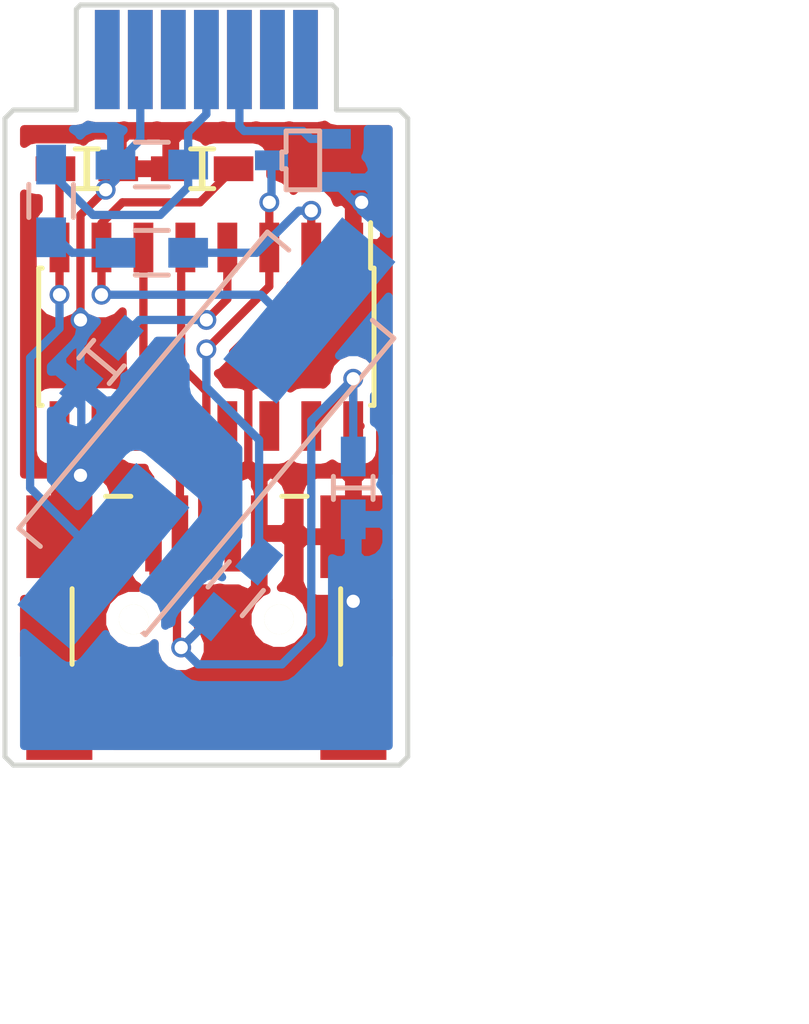
<source format=kicad_pcb>
(kicad_pcb (version 4) (host pcbnew 4.0.2-stable)

  (general
    (links 30)
    (no_connects 0)
    (area 144.958999 96.063999 157.301001 119.201001)
    (thickness 1.6)
    (drawings 18)
    (tracks 128)
    (zones 0)
    (modules 13)
    (nets 13)
  )

  (page A4)
  (layers
    (0 F.Cu signal)
    (31 B.Cu signal)
    (32 B.Adhes user hide)
    (33 F.Adhes user hide)
    (34 B.Paste user hide)
    (35 F.Paste user hide)
    (36 B.SilkS user)
    (37 F.SilkS user)
    (38 B.Mask user hide)
    (39 F.Mask user hide)
    (40 Dwgs.User user)
    (41 Cmts.User user)
    (42 Eco1.User user)
    (43 Eco2.User user)
    (44 Edge.Cuts user)
    (45 Margin user hide)
    (46 B.CrtYd user)
    (47 F.CrtYd user)
    (48 B.Fab user)
    (49 F.Fab user)
  )

  (setup
    (last_trace_width 0.25)
    (trace_clearance 0.2)
    (zone_clearance 0.508)
    (zone_45_only no)
    (trace_min 0.2)
    (segment_width 0.2)
    (edge_width 0.15)
    (via_size 0.6)
    (via_drill 0.4)
    (via_min_size 0.4)
    (via_min_drill 0.3)
    (uvia_size 0.3)
    (uvia_drill 0.1)
    (uvias_allowed no)
    (uvia_min_size 0.2)
    (uvia_min_drill 0.1)
    (pcb_text_width 0.3)
    (pcb_text_size 1.5 1.5)
    (mod_edge_width 0.15)
    (mod_text_size 1 1)
    (mod_text_width 0.15)
    (pad_size 1.524 1.524)
    (pad_drill 0.762)
    (pad_to_mask_clearance 0.2)
    (aux_axis_origin 0 0)
    (visible_elements FFFFFF7F)
    (pcbplotparams
      (layerselection 0x00030_80000001)
      (usegerberextensions false)
      (excludeedgelayer true)
      (linewidth 0.100000)
      (plotframeref false)
      (viasonmask false)
      (mode 1)
      (useauxorigin false)
      (hpglpennumber 1)
      (hpglpenspeed 20)
      (hpglpendiameter 15)
      (hpglpenoverlay 2)
      (psnegative false)
      (psa4output false)
      (plotreference true)
      (plotvalue true)
      (plotinvisibletext false)
      (padsonsilk false)
      (subtractmaskfromsilk false)
      (outputformat 1)
      (mirror false)
      (drillshape 1)
      (scaleselection 1)
      (outputdirectory ""))
  )

  (net 0 "")
  (net 1 +5V)
  (net 2 GND)
  (net 3 "Net-(C102-Pad1)")
  (net 4 "Net-(C103-Pad1)")
  (net 5 "Net-(C104-Pad1)")
  (net 6 /CHTX)
  (net 7 /CHRX)
  (net 8 /DP)
  (net 9 /DM)
  (net 10 "Net-(J101-Pad3)")
  (net 11 "Net-(J101-Pad4)")
  (net 12 "Net-(R101-Pad1)")

  (net_class Default "This is the default net class."
    (clearance 0.2)
    (trace_width 0.25)
    (via_dia 0.6)
    (via_drill 0.4)
    (uvia_dia 0.3)
    (uvia_drill 0.1)
    (add_net +5V)
    (add_net /CHRX)
    (add_net /CHTX)
    (add_net /DM)
    (add_net /DP)
    (add_net GND)
    (add_net "Net-(C102-Pad1)")
    (add_net "Net-(C103-Pad1)")
    (add_net "Net-(C104-Pad1)")
    (add_net "Net-(J101-Pad3)")
    (add_net "Net-(J101-Pad4)")
    (add_net "Net-(R101-Pad1)")
  )

  (module Capacitors_SMD:C_0603_HandSoldering (layer B.Cu) (tedit 56E8653E) (tstamp 56E73715)
    (at 155.575 110.744 270)
    (descr "Capacitor SMD 0603, hand soldering")
    (tags "capacitor 0603")
    (path /56E742E8)
    (attr smd)
    (fp_text reference C101 (at 0 1.9 270) (layer B.SilkS) hide
      (effects (font (size 1 1) (thickness 0.15)) (justify mirror))
    )
    (fp_text value .1u (at 0 -1.9 270) (layer B.Fab) hide
      (effects (font (size 1 1) (thickness 0.15)) (justify mirror))
    )
    (fp_line (start 0 0.508) (end 0 -0.508) (layer B.SilkS) (width 0.15))
    (fp_line (start -1.85 0.75) (end 1.85 0.75) (layer B.CrtYd) (width 0.05))
    (fp_line (start -1.85 -0.75) (end 1.85 -0.75) (layer B.CrtYd) (width 0.05))
    (fp_line (start -1.85 0.75) (end -1.85 -0.75) (layer B.CrtYd) (width 0.05))
    (fp_line (start 1.85 0.75) (end 1.85 -0.75) (layer B.CrtYd) (width 0.05))
    (fp_line (start -0.35 0.6) (end 0.35 0.6) (layer B.SilkS) (width 0.15))
    (fp_line (start 0.35 -0.6) (end -0.35 -0.6) (layer B.SilkS) (width 0.15))
    (pad 1 smd rect (at -0.95 0 270) (size 1.2 0.75) (layers B.Cu B.Paste B.Mask)
      (net 1 +5V))
    (pad 2 smd rect (at 0.95 0 270) (size 1.2 0.75) (layers B.Cu B.Paste B.Mask)
      (net 2 GND))
    (model Capacitors_SMD.3dshapes/C_0603_HandSoldering.wrl
      (at (xyz 0 0 0))
      (scale (xyz 1 1 1))
      (rotate (xyz 0 0 0))
    )
  )

  (module Capacitors_SMD:C_0603_HandSoldering (layer B.Cu) (tedit 56E86559) (tstamp 56E7371B)
    (at 147.955 106.934 230)
    (descr "Capacitor SMD 0603, hand soldering")
    (tags "capacitor 0603")
    (path /56E72912)
    (attr smd)
    (fp_text reference C102 (at 0 1.899999 230) (layer B.SilkS) hide
      (effects (font (size 1 1) (thickness 0.15)) (justify mirror))
    )
    (fp_text value .1u (at 0 -1.899999 230) (layer B.Fab) hide
      (effects (font (size 1 1) (thickness 0.15)) (justify mirror))
    )
    (fp_line (start 0 0.508) (end 0 -0.508) (layer B.SilkS) (width 0.15))
    (fp_line (start -1.85 0.75) (end 1.85 0.75) (layer B.CrtYd) (width 0.05))
    (fp_line (start -1.85 -0.75) (end 1.85 -0.75) (layer B.CrtYd) (width 0.05))
    (fp_line (start -1.85 0.75) (end -1.85 -0.75) (layer B.CrtYd) (width 0.05))
    (fp_line (start 1.85 0.75) (end 1.85 -0.75) (layer B.CrtYd) (width 0.05))
    (fp_line (start -0.35 0.6) (end 0.35 0.6) (layer B.SilkS) (width 0.15))
    (fp_line (start 0.35 -0.6) (end -0.35 -0.6) (layer B.SilkS) (width 0.15))
    (pad 1 smd rect (at -0.95 0 230) (size 1.2 0.75) (layers B.Cu B.Paste B.Mask)
      (net 3 "Net-(C102-Pad1)"))
    (pad 2 smd rect (at 0.95 0 230) (size 1.2 0.75) (layers B.Cu B.Paste B.Mask)
      (net 2 GND))
    (model Capacitors_SMD.3dshapes/C_0603_HandSoldering.wrl
      (at (xyz 0 0 0))
      (scale (xyz 1 1 1))
      (rotate (xyz 0 0 0))
    )
  )

  (module Connect:USB_Mini-B (layer F.Cu) (tedit 56E865C0) (tstamp 56E7375C)
    (at 151.13 115.57 90)
    (descr "USB Mini-B 5-pin SMD connector")
    (tags "USB USB_B USB_Mini connector")
    (path /56E73F8A)
    (attr smd)
    (fp_text reference P101 (at 0 6.90118 90) (layer F.SilkS) hide
      (effects (font (size 1 1) (thickness 0.15)))
    )
    (fp_text value USB_OTG (at 0 -7.0993 90) (layer F.Fab) hide
      (effects (font (size 1 1) (thickness 0.15)))
    )
    (fp_line (start 4.572 2.286) (end 4.572 3.048) (layer F.SilkS) (width 0.15))
    (fp_line (start 4.572 -3.048) (end 4.572 -2.286) (layer F.SilkS) (width 0.15))
    (fp_line (start -0.508 -4.064) (end 1.778 -4.064) (layer F.SilkS) (width 0.15))
    (fp_line (start -0.508 4.064) (end 1.778 4.064) (layer F.SilkS) (width 0.15))
    (fp_line (start -4.85 -5.7) (end 4.85 -5.7) (layer F.CrtYd) (width 0.05))
    (fp_line (start 4.85 -5.7) (end 4.85 5.7) (layer F.CrtYd) (width 0.05))
    (fp_line (start 4.85 5.7) (end -4.85 5.7) (layer F.CrtYd) (width 0.05))
    (fp_line (start -4.85 5.7) (end -4.85 -5.7) (layer F.CrtYd) (width 0.05))
    (pad 1 smd rect (at 3.44932 -1.6002 90) (size 2.30124 0.50038) (layers F.Cu F.Paste F.Mask)
      (net 1 +5V))
    (pad 2 smd rect (at 3.44932 -0.8001 90) (size 2.30124 0.50038) (layers F.Cu F.Paste F.Mask)
      (net 9 /DM))
    (pad 3 smd rect (at 3.44932 0 90) (size 2.30124 0.50038) (layers F.Cu F.Paste F.Mask)
      (net 8 /DP))
    (pad 4 smd rect (at 3.44932 0.8001 90) (size 2.30124 0.50038) (layers F.Cu F.Paste F.Mask))
    (pad 5 smd rect (at 3.44932 1.6002 90) (size 2.30124 0.50038) (layers F.Cu F.Paste F.Mask)
      (net 2 GND))
    (pad 6 smd rect (at 3.35026 -4.45008 90) (size 2.49936 1.99898) (layers F.Cu F.Paste F.Mask)
      (net 2 GND))
    (pad 6 smd rect (at -2.14884 -4.45008 90) (size 2.49936 1.99898) (layers F.Cu F.Paste F.Mask)
      (net 2 GND))
    (pad 6 smd rect (at 3.35026 4.45008 90) (size 2.49936 1.99898) (layers F.Cu F.Paste F.Mask)
      (net 2 GND))
    (pad 6 smd rect (at -2.14884 4.45008 90) (size 2.49936 1.99898) (layers F.Cu F.Paste F.Mask)
      (net 2 GND))
    (pad "" np_thru_hole circle (at 0.8509 -2.19964 90) (size 0.89916 0.89916) (drill 0.89916) (layers *.Cu *.Mask F.SilkS))
    (pad "" np_thru_hole circle (at 0.8509 2.19964 90) (size 0.89916 0.89916) (drill 0.89916) (layers *.Cu *.Mask F.SilkS))
  )

  (module Resistors_SMD:R_0603_HandSoldering (layer B.Cu) (tedit 56E86532) (tstamp 56E7377B)
    (at 152.019 113.792 230)
    (descr "Resistor SMD 0603, hand soldering")
    (tags "resistor 0603")
    (path /56E7595E)
    (attr smd)
    (fp_text reference R104 (at 0 1.9 230) (layer B.SilkS) hide
      (effects (font (size 1 1) (thickness 0.15)) (justify mirror))
    )
    (fp_text value 4k7 (at 0 -1.9 230) (layer B.Fab) hide
      (effects (font (size 1 1) (thickness 0.15)) (justify mirror))
    )
    (fp_line (start -2 0.8) (end 2 0.8) (layer B.CrtYd) (width 0.05))
    (fp_line (start -2 -0.8) (end 2 -0.8) (layer B.CrtYd) (width 0.05))
    (fp_line (start -2 0.8) (end -2 -0.8) (layer B.CrtYd) (width 0.05))
    (fp_line (start 2 0.8) (end 2 -0.8) (layer B.CrtYd) (width 0.05))
    (fp_line (start 0.5 -0.675) (end -0.5 -0.675) (layer B.SilkS) (width 0.15))
    (fp_line (start -0.5 0.675) (end 0.5 0.675) (layer B.SilkS) (width 0.15))
    (pad 1 smd rect (at -1.1 0 230) (size 1.2 0.9) (layers B.Cu B.Paste B.Mask)
      (net 7 /CHRX))
    (pad 2 smd rect (at 1.1 0 230) (size 1.2 0.9) (layers B.Cu B.Paste B.Mask)
      (net 1 +5V))
    (model Resistors_SMD.3dshapes/R_0603_HandSoldering.wrl
      (at (xyz 0 0 0))
      (scale (xyz 1 1 1))
      (rotate (xyz 0 0 0))
    )
  )

  (module Capacitors_SMD:C_0603_HandSoldering (layer F.Cu) (tedit 56E8658A) (tstamp 56E73721)
    (at 151.003 101.092 180)
    (descr "Capacitor SMD 0603, hand soldering")
    (tags "capacitor 0603")
    (path /56E74995)
    (attr smd)
    (fp_text reference C103 (at 0 -1.9 180) (layer F.SilkS) hide
      (effects (font (size 1 1) (thickness 0.15)))
    )
    (fp_text value 22pF (at 0 1.9 180) (layer F.Fab) hide
      (effects (font (size 1 1) (thickness 0.15)))
    )
    (fp_line (start -1.85 -0.75) (end 1.85 -0.75) (layer F.CrtYd) (width 0.05))
    (fp_line (start -1.85 0.75) (end 1.85 0.75) (layer F.CrtYd) (width 0.05))
    (fp_line (start -1.85 -0.75) (end -1.85 0.75) (layer F.CrtYd) (width 0.05))
    (fp_line (start 1.85 -0.75) (end 1.85 0.75) (layer F.CrtYd) (width 0.05))
    (fp_line (start -0.35 -0.6) (end 0.35 -0.6) (layer F.SilkS) (width 0.15))
    (fp_line (start 0.35 0.6) (end -0.35 0.6) (layer F.SilkS) (width 0.15))
    (pad 1 smd rect (at -0.95 0 180) (size 1.2 0.75) (layers F.Cu F.Paste F.Mask)
      (net 4 "Net-(C103-Pad1)"))
    (pad 2 smd rect (at 0.95 0 180) (size 1.2 0.75) (layers F.Cu F.Paste F.Mask)
      (net 2 GND))
    (model Capacitors_SMD.3dshapes/C_0603_HandSoldering.wrl
      (at (xyz 0 0 0))
      (scale (xyz 1 1 1))
      (rotate (xyz 0 0 0))
    )
  )

  (module Capacitors_SMD:C_0603_HandSoldering (layer F.Cu) (tedit 56E86566) (tstamp 56E73727)
    (at 147.513 101.092)
    (descr "Capacitor SMD 0603, hand soldering")
    (tags "capacitor 0603")
    (path /56E74A01)
    (attr smd)
    (fp_text reference C104 (at 0 -1.9) (layer F.SilkS) hide
      (effects (font (size 1 1) (thickness 0.15)))
    )
    (fp_text value 22pF (at 0 1.9) (layer F.Fab) hide
      (effects (font (size 1 1) (thickness 0.15)))
    )
    (fp_line (start -1.85 -0.75) (end 1.85 -0.75) (layer F.CrtYd) (width 0.05))
    (fp_line (start -1.85 0.75) (end 1.85 0.75) (layer F.CrtYd) (width 0.05))
    (fp_line (start -1.85 -0.75) (end -1.85 0.75) (layer F.CrtYd) (width 0.05))
    (fp_line (start 1.85 -0.75) (end 1.85 0.75) (layer F.CrtYd) (width 0.05))
    (fp_line (start -0.35 -0.6) (end 0.35 -0.6) (layer F.SilkS) (width 0.15))
    (fp_line (start 0.35 0.6) (end -0.35 0.6) (layer F.SilkS) (width 0.15))
    (pad 1 smd rect (at -0.95 0) (size 1.2 0.75) (layers F.Cu F.Paste F.Mask)
      (net 5 "Net-(C104-Pad1)"))
    (pad 2 smd rect (at 0.95 0) (size 1.2 0.75) (layers F.Cu F.Paste F.Mask)
      (net 2 GND))
    (model Capacitors_SMD.3dshapes/C_0603_HandSoldering.wrl
      (at (xyz 0 0 0))
      (scale (xyz 1 1 1))
      (rotate (xyz 0 0 0))
    )
  )

  (module Housings_SOIC:SOIC-16_3.9x9.9mm_Pitch1.27mm (layer F.Cu) (tedit 56E86547) (tstamp 56E7373B)
    (at 151.13 106.172 270)
    (descr "16-Lead Plastic Small Outline (SL) - Narrow, 3.90 mm Body [SOIC] (see Microchip Packaging Specification 00000049BS.pdf)")
    (tags "SOIC 1.27")
    (path /56E73DDC)
    (attr smd)
    (fp_text reference IC101 (at 0 -6 270) (layer F.SilkS) hide
      (effects (font (size 1 1) (thickness 0.15)))
    )
    (fp_text value CH340G (at 0 6 270) (layer F.Fab) hide
      (effects (font (size 1 1) (thickness 0.15)))
    )
    (fp_line (start -3.7 -5.25) (end -3.7 5.25) (layer F.CrtYd) (width 0.05))
    (fp_line (start 3.7 -5.25) (end 3.7 5.25) (layer F.CrtYd) (width 0.05))
    (fp_line (start -3.7 -5.25) (end 3.7 -5.25) (layer F.CrtYd) (width 0.05))
    (fp_line (start -3.7 5.25) (end 3.7 5.25) (layer F.CrtYd) (width 0.05))
    (fp_line (start -2.075 -5.075) (end -2.075 -4.97) (layer F.SilkS) (width 0.15))
    (fp_line (start 2.075 -5.075) (end 2.075 -4.97) (layer F.SilkS) (width 0.15))
    (fp_line (start 2.075 5.075) (end 2.075 4.97) (layer F.SilkS) (width 0.15))
    (fp_line (start -2.075 5.075) (end -2.075 4.97) (layer F.SilkS) (width 0.15))
    (fp_line (start -2.075 -5.075) (end 2.075 -5.075) (layer F.SilkS) (width 0.15))
    (fp_line (start -2.075 5.075) (end 2.075 5.075) (layer F.SilkS) (width 0.15))
    (fp_line (start -2.075 -4.97) (end -3.45 -4.97) (layer F.SilkS) (width 0.15))
    (pad 1 smd rect (at -2.7 -4.445 270) (size 1.5 0.6) (layers F.Cu F.Paste F.Mask)
      (net 2 GND))
    (pad 2 smd rect (at -2.7 -3.175 270) (size 1.5 0.6) (layers F.Cu F.Paste F.Mask)
      (net 6 /CHTX))
    (pad 3 smd rect (at -2.7 -1.905 270) (size 1.5 0.6) (layers F.Cu F.Paste F.Mask)
      (net 7 /CHRX))
    (pad 4 smd rect (at -2.7 -0.635 270) (size 1.5 0.6) (layers F.Cu F.Paste F.Mask)
      (net 3 "Net-(C102-Pad1)"))
    (pad 5 smd rect (at -2.7 0.635 270) (size 1.5 0.6) (layers F.Cu F.Paste F.Mask)
      (net 8 /DP))
    (pad 6 smd rect (at -2.7 1.905 270) (size 1.5 0.6) (layers F.Cu F.Paste F.Mask)
      (net 9 /DM))
    (pad 7 smd rect (at -2.7 3.175 270) (size 1.5 0.6) (layers F.Cu F.Paste F.Mask)
      (net 4 "Net-(C103-Pad1)"))
    (pad 8 smd rect (at -2.7 4.445 270) (size 1.5 0.6) (layers F.Cu F.Paste F.Mask)
      (net 5 "Net-(C104-Pad1)"))
    (pad 9 smd rect (at 2.7 4.445 270) (size 1.5 0.6) (layers F.Cu F.Paste F.Mask))
    (pad 10 smd rect (at 2.7 3.175 270) (size 1.5 0.6) (layers F.Cu F.Paste F.Mask))
    (pad 11 smd rect (at 2.7 1.905 270) (size 1.5 0.6) (layers F.Cu F.Paste F.Mask))
    (pad 12 smd rect (at 2.7 0.635 270) (size 1.5 0.6) (layers F.Cu F.Paste F.Mask))
    (pad 13 smd rect (at 2.7 -0.635 270) (size 1.5 0.6) (layers F.Cu F.Paste F.Mask))
    (pad 14 smd rect (at 2.7 -1.905 270) (size 1.5 0.6) (layers F.Cu F.Paste F.Mask))
    (pad 15 smd rect (at 2.7 -3.175 270) (size 1.5 0.6) (layers F.Cu F.Paste F.Mask)
      (net 1 +5V))
    (pad 16 smd rect (at 2.7 -4.445 270) (size 1.5 0.6) (layers F.Cu F.Paste F.Mask)
      (net 1 +5V))
    (model Housings_SOIC.3dshapes/SOIC-16_3.9x9.9mm_Pitch1.27mm.wrl
      (at (xyz 0 0 0))
      (scale (xyz 1 1 1))
      (rotate (xyz 0 0 0))
    )
  )

  (module tblayout:TBLAYOUT-ASTRON (layer F.Cu) (tedit 56E864D0) (tstamp 56E7374D)
    (at 151.13 96.29)
    (path /56E72918)
    (fp_text reference J101 (at 0 -0.8) (layer F.SilkS) hide
      (effects (font (size 1 1) (thickness 0.15)))
    )
    (fp_text value TBLAYOUT (at -5.5 0.8) (layer F.SilkS) hide
      (effects (font (size 1 1) (thickness 0.15)))
    )
    (fp_line (start -3.9 3) (end -3.9 0) (layer Dwgs.User) (width 0.05))
    (fp_line (start -3.9 0) (end 3.9 0) (layer Dwgs.User) (width 0.05))
    (fp_line (start 3.9 0) (end 3.9 3) (layer Dwgs.User) (width 0.05))
    (pad 1 smd rect (at 3 1.5) (size 0.75 3) (layers B.Cu B.Paste B.Mask))
    (pad 2 smd rect (at 2 1.5) (size 0.75 3) (layers B.Cu B.Paste B.Mask))
    (pad 3 smd rect (at 1 1.5) (size 0.75 3) (layers B.Cu B.Paste B.Mask)
      (net 10 "Net-(J101-Pad3)"))
    (pad 4 smd rect (at 0 1.5) (size 0.75 3) (layers B.Cu B.Paste B.Mask)
      (net 11 "Net-(J101-Pad4)"))
    (pad 5 smd rect (at -1 1.5) (size 0.75 3) (layers B.Cu B.Paste B.Mask))
    (pad 6 smd rect (at -2 1.5) (size 0.75 3) (layers B.Cu B.Paste B.Mask)
      (net 2 GND))
    (pad 7 smd rect (at -3 1.5) (size 0.75 3) (layers B.Cu B.Paste B.Mask))
    (pad 8 smd rect (at 3 1.5) (size 0.75 3) (layers F.Cu F.Paste F.Mask))
    (pad 9 smd rect (at 2 1.5) (size 0.75 3) (layers F.Cu F.Paste F.Mask))
    (pad 10 smd rect (at 1 1.5) (size 0.75 3) (layers F.Cu F.Paste F.Mask))
    (pad 11 smd rect (at 0 1.5) (size 0.75 3) (layers F.Cu F.Paste F.Mask))
    (pad 12 smd rect (at -1 1.5) (size 0.75 3) (layers F.Cu F.Paste F.Mask))
    (pad 13 smd rect (at -2 1.5) (size 0.75 3) (layers F.Cu F.Paste F.Mask))
    (pad 14 smd rect (at -3 1.5) (size 0.75 3) (layers F.Cu F.Paste F.Mask))
  )

  (module TO_SOT_Packages_SMD:SOT-323 (layer B.Cu) (tedit 56E864F9) (tstamp 56E73763)
    (at 154.051 100.838 90)
    (tags "SMD SOT")
    (path /56E75C30)
    (attr smd)
    (fp_text reference Q101 (at 0.127 2.032 90) (layer B.SilkS) hide
      (effects (font (size 1 1) (thickness 0.15)) (justify mirror))
    )
    (fp_text value NX3008NBKW (at 0 0 90) (layer B.Fab) hide
      (effects (font (size 1 1) (thickness 0.15)) (justify mirror))
    )
    (fp_line (start 0.254 -0.508) (end 0.889 -0.508) (layer B.SilkS) (width 0.15))
    (fp_line (start 0.889 -0.508) (end 0.889 0.508) (layer B.SilkS) (width 0.15))
    (fp_line (start -0.889 0.508) (end -0.889 -0.508) (layer B.SilkS) (width 0.15))
    (fp_line (start -0.889 -0.508) (end -0.254 -0.508) (layer B.SilkS) (width 0.15))
    (fp_line (start 0.254 -0.635) (end 0.254 -0.508) (layer B.SilkS) (width 0.15))
    (fp_line (start -0.254 -0.508) (end -0.254 -0.635) (layer B.SilkS) (width 0.15))
    (fp_line (start 0.889 0.508) (end -0.889 0.508) (layer B.SilkS) (width 0.15))
    (fp_line (start -0.254 -0.635) (end 0.254 -0.635) (layer B.SilkS) (width 0.15))
    (pad 2 smd rect (at -0.65024 0.94996 90) (size 0.59944 1.00076) (layers B.Cu B.Paste B.Mask)
      (net 2 GND))
    (pad 1 smd rect (at 0.65024 0.94996 90) (size 0.59944 1.00076) (layers B.Cu B.Paste B.Mask)
      (net 10 "Net-(J101-Pad3)"))
    (pad 3 smd rect (at 0 -0.94996 90) (size 0.59944 1.00076) (layers B.Cu B.Paste B.Mask)
      (net 7 /CHRX))
    (model TO_SOT_Packages_SMD.3dshapes/SOT-323.wrl
      (at (xyz 0 0 0.001))
      (scale (xyz 0.3937 0.3937 0.3937))
      (rotate (xyz 0 0 0))
    )
  )

  (module Resistors_SMD:R_0603_HandSoldering (layer B.Cu) (tedit 56E86576) (tstamp 56E73769)
    (at 149.479 103.632)
    (descr "Resistor SMD 0603, hand soldering")
    (tags "resistor 0603")
    (path /56E72917)
    (attr smd)
    (fp_text reference R101 (at 0 1.9) (layer B.SilkS) hide
      (effects (font (size 1 1) (thickness 0.15)) (justify mirror))
    )
    (fp_text value 4k7 (at 0 -1.9) (layer B.Fab) hide
      (effects (font (size 1 1) (thickness 0.15)) (justify mirror))
    )
    (fp_line (start -2 0.8) (end 2 0.8) (layer B.CrtYd) (width 0.05))
    (fp_line (start -2 -0.8) (end 2 -0.8) (layer B.CrtYd) (width 0.05))
    (fp_line (start -2 0.8) (end -2 -0.8) (layer B.CrtYd) (width 0.05))
    (fp_line (start 2 0.8) (end 2 -0.8) (layer B.CrtYd) (width 0.05))
    (fp_line (start 0.5 -0.675) (end -0.5 -0.675) (layer B.SilkS) (width 0.15))
    (fp_line (start -0.5 0.675) (end 0.5 0.675) (layer B.SilkS) (width 0.15))
    (pad 1 smd rect (at -1.1 0) (size 1.2 0.9) (layers B.Cu B.Paste B.Mask)
      (net 12 "Net-(R101-Pad1)"))
    (pad 2 smd rect (at 1.1 0) (size 1.2 0.9) (layers B.Cu B.Paste B.Mask)
      (net 6 /CHTX))
    (model Resistors_SMD.3dshapes/R_0603_HandSoldering.wrl
      (at (xyz 0 0 0))
      (scale (xyz 1 1 1))
      (rotate (xyz 0 0 0))
    )
  )

  (module Resistors_SMD:R_0603_HandSoldering (layer B.Cu) (tedit 56E8656E) (tstamp 56E7376F)
    (at 146.431 102.065 270)
    (descr "Resistor SMD 0603, hand soldering")
    (tags "resistor 0603")
    (path /56E75142)
    (attr smd)
    (fp_text reference R102 (at 0 1.9 270) (layer B.SilkS) hide
      (effects (font (size 1 1) (thickness 0.15)) (justify mirror))
    )
    (fp_text value 4k7 (at 0 -1.9 270) (layer B.Fab) hide
      (effects (font (size 1 1) (thickness 0.15)) (justify mirror))
    )
    (fp_line (start -2 0.8) (end 2 0.8) (layer B.CrtYd) (width 0.05))
    (fp_line (start -2 -0.8) (end 2 -0.8) (layer B.CrtYd) (width 0.05))
    (fp_line (start -2 0.8) (end -2 -0.8) (layer B.CrtYd) (width 0.05))
    (fp_line (start 2 0.8) (end 2 -0.8) (layer B.CrtYd) (width 0.05))
    (fp_line (start 0.5 -0.675) (end -0.5 -0.675) (layer B.SilkS) (width 0.15))
    (fp_line (start -0.5 0.675) (end 0.5 0.675) (layer B.SilkS) (width 0.15))
    (pad 1 smd rect (at -1.1 0 270) (size 1.2 0.9) (layers B.Cu B.Paste B.Mask)
      (net 11 "Net-(J101-Pad4)"))
    (pad 2 smd rect (at 1.1 0 270) (size 1.2 0.9) (layers B.Cu B.Paste B.Mask)
      (net 12 "Net-(R101-Pad1)"))
    (model Resistors_SMD.3dshapes/R_0603_HandSoldering.wrl
      (at (xyz 0 0 0))
      (scale (xyz 1 1 1))
      (rotate (xyz 0 0 0))
    )
  )

  (module Resistors_SMD:R_0603_HandSoldering (layer B.Cu) (tedit 56E8658D) (tstamp 56E73775)
    (at 149.479 100.965)
    (descr "Resistor SMD 0603, hand soldering")
    (tags "resistor 0603")
    (path /56E751B0)
    (attr smd)
    (fp_text reference R103 (at 0 1.9) (layer B.SilkS) hide
      (effects (font (size 1 1) (thickness 0.15)) (justify mirror))
    )
    (fp_text value 4k7 (at 0 -1.9) (layer B.Fab) hide
      (effects (font (size 1 1) (thickness 0.15)) (justify mirror))
    )
    (fp_line (start -2 0.8) (end 2 0.8) (layer B.CrtYd) (width 0.05))
    (fp_line (start -2 -0.8) (end 2 -0.8) (layer B.CrtYd) (width 0.05))
    (fp_line (start -2 0.8) (end -2 -0.8) (layer B.CrtYd) (width 0.05))
    (fp_line (start 2 0.8) (end 2 -0.8) (layer B.CrtYd) (width 0.05))
    (fp_line (start 0.5 -0.675) (end -0.5 -0.675) (layer B.SilkS) (width 0.15))
    (fp_line (start -0.5 0.675) (end 0.5 0.675) (layer B.SilkS) (width 0.15))
    (pad 1 smd rect (at -1.1 0) (size 1.2 0.9) (layers B.Cu B.Paste B.Mask)
      (net 2 GND))
    (pad 2 smd rect (at 1.1 0) (size 1.2 0.9) (layers B.Cu B.Paste B.Mask)
      (net 11 "Net-(J101-Pad4)"))
    (model Resistors_SMD.3dshapes/R_0603_HandSoldering.wrl
      (at (xyz 0 0 0))
      (scale (xyz 1 1 1))
      (rotate (xyz 0 0 0))
    )
  )

  (module Crystals:Crystal_HC49-SD_SMD (layer B.Cu) (tedit 56E86584) (tstamp 56E73781)
    (at 151.13 109.093 230)
    (descr "Crystal, Quarz, HC49-SD, SMD,")
    (tags "Crystal, Quarz, HC49-SD, SMD,")
    (path /56E74857)
    (attr smd)
    (fp_text reference Y101 (at 0 5.08 230) (layer B.SilkS) hide
      (effects (font (size 1 1) (thickness 0.15)) (justify mirror))
    )
    (fp_text value 12MHZ (at 2.54 -5.08 230) (layer B.Fab) hide
      (effects (font (size 1 1) (thickness 0.15)) (justify mirror))
    )
    (fp_circle (center 0 0) (end 0.8509 0) (layer B.Adhes) (width 0.381))
    (fp_circle (center 0 0) (end 0.50038 0) (layer B.Adhes) (width 0.381))
    (fp_circle (center 0 0) (end 0.14986 -0.0508) (layer B.Adhes) (width 0.381))
    (fp_line (start -5.84962 -2.49936) (end 5.84962 -2.49936) (layer B.SilkS) (width 0.15))
    (fp_line (start 5.84962 2.49936) (end -5.84962 2.49936) (layer B.SilkS) (width 0.15))
    (fp_line (start 5.84962 -2.49936) (end 5.84962 -1.651) (layer B.SilkS) (width 0.15))
    (fp_line (start 5.84962 2.49936) (end 5.84962 1.651) (layer B.SilkS) (width 0.15))
    (fp_line (start -5.84962 -2.49936) (end -5.84962 -1.651) (layer B.SilkS) (width 0.15))
    (fp_line (start -5.84962 2.49936) (end -5.84962 1.651) (layer B.SilkS) (width 0.15))
    (pad 1 smd rect (at -4.84886 0 230) (size 5.6007 2.10058) (layers B.Cu B.Paste B.Mask)
      (net 4 "Net-(C103-Pad1)"))
    (pad 2 smd rect (at 4.84886 0 230) (size 5.6007 2.10058) (layers B.Cu B.Paste B.Mask)
      (net 5 "Net-(C104-Pad1)"))
  )

  (gr_line (start 147.193 96.266) (end 147.32 96.139) (layer Edge.Cuts) (width 0.15))
  (gr_line (start 154.94 96.139) (end 155.067 96.266) (layer Edge.Cuts) (width 0.15))
  (gr_line (start 156.972 99.314) (end 157.226 99.568) (layer Edge.Cuts) (width 0.15))
  (gr_line (start 145.288 99.314) (end 145.034 99.568) (layer Edge.Cuts) (width 0.15))
  (gr_line (start 145.034 118.872) (end 145.288 119.126) (layer Edge.Cuts) (width 0.15))
  (gr_line (start 156.972 119.126) (end 157.226 118.872) (layer Edge.Cuts) (width 0.15))
  (gr_line (start 151.003 100.5205) (end 151.003 101.6635) (layer F.SilkS) (width 0.2))
  (gr_line (start 147.5105 100.5205) (end 147.5105 101.6635) (layer F.SilkS) (width 0.2))
  (gr_line (start 145.288 99.314) (end 147.193 99.314) (layer Edge.Cuts) (width 0.15))
  (gr_line (start 145.034 118.872) (end 145.034 99.568) (layer Edge.Cuts) (width 0.15))
  (gr_line (start 156.972 99.314) (end 155.067 99.314) (layer Edge.Cuts) (width 0.15))
  (gr_line (start 157.226 118.872) (end 157.226 99.568) (layer Edge.Cuts) (width 0.15))
  (dimension 22.987 (width 0.3) (layer Dwgs.User)
    (gr_text "22.987 mm" (at 166.704 107.6325 90) (layer Dwgs.User)
      (effects (font (size 1.5 1.5) (thickness 0.3)))
    )
    (feature1 (pts (xy 157.734 96.139) (xy 168.054 96.139)))
    (feature2 (pts (xy 157.734 119.126) (xy 168.054 119.126)))
    (crossbar (pts (xy 165.354 119.126) (xy 165.354 96.139)))
    (arrow1a (pts (xy 165.354 96.139) (xy 165.940421 97.265504)))
    (arrow1b (pts (xy 165.354 96.139) (xy 164.767579 97.265504)))
    (arrow2a (pts (xy 165.354 119.126) (xy 165.940421 117.999496)))
    (arrow2b (pts (xy 165.354 119.126) (xy 164.767579 117.999496)))
  )
  (dimension 12.192 (width 0.3) (layer Dwgs.User)
    (gr_text "12.192 mm" (at 151.13 127.588) (layer Dwgs.User)
      (effects (font (size 1.5 1.5) (thickness 0.3)))
    )
    (feature1 (pts (xy 157.226 119.507) (xy 157.226 128.938)))
    (feature2 (pts (xy 145.034 119.507) (xy 145.034 128.938)))
    (crossbar (pts (xy 145.034 126.238) (xy 157.226 126.238)))
    (arrow1a (pts (xy 157.226 126.238) (xy 156.099496 126.824421)))
    (arrow1b (pts (xy 157.226 126.238) (xy 156.099496 125.651579)))
    (arrow2a (pts (xy 145.034 126.238) (xy 146.160504 126.824421)))
    (arrow2b (pts (xy 145.034 126.238) (xy 146.160504 125.651579)))
  )
  (gr_line (start 147.193 96.266) (end 147.193 99.314) (layer Edge.Cuts) (width 0.15))
  (gr_line (start 154.94 96.139) (end 147.32 96.139) (layer Edge.Cuts) (width 0.15))
  (gr_line (start 155.067 99.314) (end 155.067 96.266) (layer Edge.Cuts) (width 0.15))
  (gr_line (start 145.288 119.126) (end 156.972 119.126) (layer Edge.Cuts) (width 0.15))

  (via (at 150.368 115.57) (size 0.6) (drill 0.4) (layers F.Cu B.Cu) (net 1))
  (segment (start 154.305 108.712) (end 155.575 107.442) (width 0.25) (layer B.Cu) (net 1))
  (segment (start 150.368 115.57) (end 150.876 116.078) (width 0.25) (layer B.Cu) (net 1))
  (segment (start 150.876 116.078) (end 153.416 116.078) (width 0.25) (layer B.Cu) (net 1))
  (segment (start 153.416 116.078) (end 154.305 115.189) (width 0.25) (layer B.Cu) (net 1))
  (segment (start 154.305 115.189) (end 154.305 108.712) (width 0.25) (layer B.Cu) (net 1))
  (segment (start 150.368 115.57) (end 150.376583 115.57) (width 0.25) (layer B.Cu) (net 1))
  (segment (start 150.376583 115.57) (end 151.311934 114.634649) (width 0.25) (layer B.Cu) (net 1))
  (segment (start 150.368 115.57) (end 150.241 115.443) (width 0.25) (layer F.Cu) (net 1))
  (segment (start 150.241 115.443) (end 150.241 114.046) (width 0.25) (layer F.Cu) (net 1))
  (segment (start 150.241 114.046) (end 149.5298 113.3348) (width 0.25) (layer F.Cu) (net 1))
  (segment (start 149.5298 113.3348) (end 149.5298 112.12068) (width 0.25) (layer F.Cu) (net 1))
  (segment (start 155.575 107.442) (end 155.575 109.794) (width 0.25) (layer B.Cu) (net 1))
  (via (at 155.575 107.442) (size 0.6) (drill 0.4) (layers F.Cu B.Cu) (net 1))
  (segment (start 155.575 107.442) (end 155.575 108.872) (width 0.25) (layer F.Cu) (net 1))
  (segment (start 155.575 107.442) (end 155.575 107.602) (width 0.25) (layer F.Cu) (net 1))
  (segment (start 155.575 107.602) (end 154.305 108.872) (width 0.25) (layer F.Cu) (net 1))
  (segment (start 155.575 108.872) (end 155.796 108.872) (width 0.25) (layer F.Cu) (net 1))
  (via (at 155.575 114.173) (size 0.6) (drill 0.4) (layers F.Cu B.Cu) (net 2))
  (segment (start 155.575 114.173) (end 155.575 111.694) (width 0.25) (layer B.Cu) (net 2))
  (segment (start 155.575 114.173) (end 155.58008 114.17808) (width 0.25) (layer F.Cu) (net 2))
  (segment (start 155.58008 114.17808) (end 155.58008 114.808) (width 0.25) (layer F.Cu) (net 2))
  (segment (start 155.58008 112.21974) (end 155.58008 114.808) (width 0.25) (layer F.Cu) (net 2))
  (segment (start 155.58008 114.808) (end 155.58008 117.71884) (width 0.25) (layer F.Cu) (net 2))
  (segment (start 152.273 114.173) (end 152.7302 113.7158) (width 0.25) (layer F.Cu) (net 2))
  (segment (start 153.289 117.475) (end 148.31568 117.475) (width 0.25) (layer F.Cu) (net 2))
  (segment (start 148.31568 117.475) (end 148.07184 117.71884) (width 0.25) (layer F.Cu) (net 2))
  (segment (start 148.07184 117.71884) (end 146.67992 117.71884) (width 0.25) (layer F.Cu) (net 2))
  (segment (start 152.7302 113.7158) (end 152.7302 112.12068) (width 0.25) (layer F.Cu) (net 2))
  (segment (start 153.289 117.475) (end 152.273 116.459) (width 0.25) (layer F.Cu) (net 2))
  (segment (start 153.53284 117.71884) (end 155.58008 117.71884) (width 0.25) (layer F.Cu) (net 2))
  (segment (start 152.273 116.459) (end 152.273 114.173) (width 0.25) (layer F.Cu) (net 2))
  (segment (start 153.289 117.475) (end 153.53284 117.71884) (width 0.25) (layer F.Cu) (net 2))
  (segment (start 148.082 101.727) (end 148.463 101.346) (width 0.25) (layer F.Cu) (net 2))
  (segment (start 148.463 101.346) (end 148.463 101.092) (width 0.25) (layer F.Cu) (net 2))
  (segment (start 148.379 100.965) (end 148.379 101.43) (width 0.25) (layer B.Cu) (net 2))
  (segment (start 148.379 101.43) (end 148.082 101.727) (width 0.25) (layer B.Cu) (net 2))
  (segment (start 149.13 100.214) (end 148.379 100.965) (width 0.25) (layer B.Cu) (net 2))
  (segment (start 150.053 101.092) (end 148.463 101.092) (width 0.25) (layer F.Cu) (net 2))
  (segment (start 148.082 101.727) (end 147.32 102.489) (width 0.25) (layer F.Cu) (net 2))
  (segment (start 147.32 102.489) (end 147.32 105.664) (width 0.25) (layer F.Cu) (net 2))
  (via (at 148.082 101.727) (size 0.6) (drill 0.4) (layers F.Cu B.Cu) (net 2))
  (segment (start 147.32 105.664) (end 147.32 107.63739) (width 0.25) (layer B.Cu) (net 2))
  (segment (start 147.32 107.63739) (end 147.344352 107.661742) (width 0.25) (layer B.Cu) (net 2))
  (segment (start 147.344352 107.661742) (end 147.344352 110.338648) (width 0.25) (layer B.Cu) (net 2))
  (segment (start 147.344352 110.338648) (end 147.32 110.363) (width 0.25) (layer B.Cu) (net 2))
  (via (at 147.32 110.363) (size 0.6) (drill 0.4) (layers F.Cu B.Cu) (net 2))
  (segment (start 147.32 110.363) (end 146.67992 111.00308) (width 0.25) (layer F.Cu) (net 2))
  (segment (start 146.67992 111.00308) (end 146.67992 112.21974) (width 0.25) (layer F.Cu) (net 2))
  (via (at 155.829 102.108) (size 0.6) (drill 0.4) (layers F.Cu B.Cu) (net 2))
  (segment (start 155.829 102.108) (end 155.62072 102.108) (width 0.25) (layer B.Cu) (net 2))
  (segment (start 155.62072 102.108) (end 155.00096 101.48824) (width 0.25) (layer B.Cu) (net 2))
  (segment (start 155.829 102.108) (end 155.575 102.362) (width 0.25) (layer F.Cu) (net 2))
  (segment (start 155.575 102.362) (end 155.575 103.472) (width 0.25) (layer F.Cu) (net 2))
  (via (at 147.32 105.664) (size 0.6) (drill 0.4) (layers F.Cu B.Cu) (net 2))
  (segment (start 152.4 110.236) (end 152.7302 110.5662) (width 0.25) (layer F.Cu) (net 2))
  (segment (start 152.7302 110.5662) (end 152.7302 112.12068) (width 0.25) (layer F.Cu) (net 2))
  (segment (start 152.4 107.569) (end 152.4 110.236) (width 0.25) (layer F.Cu) (net 2))
  (segment (start 155.575 104.394) (end 152.4 107.569) (width 0.25) (layer F.Cu) (net 2))
  (segment (start 155.575 103.472) (end 155.575 104.394) (width 0.25) (layer F.Cu) (net 2))
  (segment (start 149.13 97.79) (end 149.13 100.214) (width 0.25) (layer B.Cu) (net 2))
  (segment (start 146.67992 112.21974) (end 146.67992 117.71884) (width 0.25) (layer F.Cu) (net 2))
  (segment (start 151.13 105.664) (end 149.107906 105.664) (width 0.25) (layer B.Cu) (net 3))
  (segment (start 149.107906 105.664) (end 148.565648 106.206258) (width 0.25) (layer B.Cu) (net 3))
  (via (at 151.13 105.664) (size 0.6) (drill 0.4) (layers F.Cu B.Cu) (net 3))
  (segment (start 151.13 105.664) (end 151.765 105.029) (width 0.25) (layer F.Cu) (net 3))
  (segment (start 151.765 105.029) (end 151.765 103.472) (width 0.25) (layer F.Cu) (net 3))
  (segment (start 147.955 103.472) (end 147.955 102.743) (width 0.25) (layer F.Cu) (net 4))
  (segment (start 147.955 102.743) (end 148.59 102.108) (width 0.25) (layer F.Cu) (net 4))
  (segment (start 148.59 102.108) (end 150.937 102.108) (width 0.25) (layer F.Cu) (net 4))
  (segment (start 150.937 102.108) (end 151.953 101.092) (width 0.25) (layer F.Cu) (net 4))
  (segment (start 153.257558 105.378558) (end 152.781 104.902) (width 0.25) (layer B.Cu) (net 4))
  (segment (start 152.781 104.902) (end 147.955 104.902) (width 0.25) (layer B.Cu) (net 4))
  (segment (start 154.246787 105.378558) (end 153.257558 105.378558) (width 0.25) (layer B.Cu) (net 4))
  (segment (start 147.955 103.472) (end 147.955 102.87) (width 0.25) (layer F.Cu) (net 4))
  (segment (start 147.955 104.902) (end 147.955 103.472) (width 0.25) (layer F.Cu) (net 4))
  (via (at 147.955 104.902) (size 0.6) (drill 0.4) (layers F.Cu B.Cu) (net 4))
  (segment (start 146.685 103.472) (end 146.685 101.214) (width 0.25) (layer F.Cu) (net 5))
  (segment (start 146.685 101.214) (end 146.563 101.092) (width 0.25) (layer F.Cu) (net 5))
  (segment (start 148.013213 112.807442) (end 147.859442 112.807442) (width 0.25) (layer B.Cu) (net 5))
  (segment (start 147.859442 112.807442) (end 145.796 110.744) (width 0.25) (layer B.Cu) (net 5))
  (segment (start 145.796 110.744) (end 145.796 106.807) (width 0.25) (layer B.Cu) (net 5))
  (segment (start 145.796 106.807) (end 146.685 105.918) (width 0.25) (layer B.Cu) (net 5))
  (segment (start 146.685 105.918) (end 146.685 104.902) (width 0.25) (layer B.Cu) (net 5))
  (segment (start 146.685 103.472) (end 146.652 103.472) (width 0.25) (layer F.Cu) (net 5))
  (segment (start 146.685 104.902) (end 146.685 103.472) (width 0.25) (layer F.Cu) (net 5))
  (via (at 146.685 104.902) (size 0.6) (drill 0.4) (layers F.Cu B.Cu) (net 5))
  (segment (start 150.579 103.632) (end 152.654 103.632) (width 0.25) (layer B.Cu) (net 6))
  (segment (start 152.654 103.632) (end 153.924 102.362) (width 0.25) (layer B.Cu) (net 6))
  (segment (start 153.924 102.362) (end 154.305 102.362) (width 0.25) (layer B.Cu) (net 6))
  (segment (start 154.305 102.362) (end 154.305 103.472) (width 0.25) (layer F.Cu) (net 6))
  (via (at 154.305 102.362) (size 0.6) (drill 0.4) (layers F.Cu B.Cu) (net 6))
  (segment (start 153.035 102.108) (end 153.035 103.472) (width 0.25) (layer F.Cu) (net 7))
  (segment (start 153.10104 100.838) (end 153.10104 102.04196) (width 0.25) (layer B.Cu) (net 7))
  (segment (start 153.10104 102.04196) (end 153.035 102.108) (width 0.25) (layer B.Cu) (net 7))
  (via (at 153.035 102.108) (size 0.6) (drill 0.4) (layers F.Cu B.Cu) (net 7))
  (segment (start 152.726066 112.949351) (end 152.726066 109.292066) (width 0.25) (layer B.Cu) (net 7))
  (segment (start 152.726066 109.292066) (end 151.13 107.696) (width 0.25) (layer B.Cu) (net 7))
  (segment (start 151.13 107.696) (end 151.13 106.553) (width 0.25) (layer B.Cu) (net 7))
  (segment (start 151.13 106.553) (end 153.035 104.648) (width 0.25) (layer F.Cu) (net 7))
  (segment (start 153.035 104.648) (end 153.035 103.472) (width 0.25) (layer F.Cu) (net 7))
  (via (at 151.13 106.553) (size 0.6) (drill 0.4) (layers F.Cu B.Cu) (net 7))
  (segment (start 153.035 100.90404) (end 153.10104 100.838) (width 0.25) (layer B.Cu) (net 7))
  (segment (start 151.13 112.12068) (end 151.13 107.823) (width 0.25) (layer F.Cu) (net 8))
  (segment (start 151.13 107.823) (end 150.368 107.061) (width 0.25) (layer F.Cu) (net 8))
  (segment (start 150.368 107.061) (end 150.368 103.599) (width 0.25) (layer F.Cu) (net 8))
  (segment (start 150.368 103.599) (end 150.495 103.472) (width 0.25) (layer F.Cu) (net 8))
  (segment (start 150.3299 112.12068) (end 150.3299 110.4519) (width 0.25) (layer F.Cu) (net 9))
  (segment (start 150.3299 110.4519) (end 149.86 109.982) (width 0.25) (layer F.Cu) (net 9))
  (segment (start 149.86 109.982) (end 149.86 107.696) (width 0.25) (layer F.Cu) (net 9))
  (segment (start 149.86 107.696) (end 149.225 107.061) (width 0.25) (layer F.Cu) (net 9))
  (segment (start 149.225 107.061) (end 149.225 103.472) (width 0.25) (layer F.Cu) (net 9))
  (segment (start 152.273 99.949) (end 152.13 99.806) (width 0.25) (layer B.Cu) (net 10))
  (segment (start 152.13 99.806) (end 152.13 97.79) (width 0.25) (layer B.Cu) (net 10))
  (segment (start 154.051 99.949) (end 152.273 99.949) (width 0.25) (layer B.Cu) (net 10))
  (segment (start 154.28976 100.18776) (end 154.051 99.949) (width 0.25) (layer B.Cu) (net 10))
  (segment (start 155.00096 100.18776) (end 154.28976 100.18776) (width 0.25) (layer B.Cu) (net 10))
  (segment (start 147.701 102.489) (end 146.431 101.219) (width 0.25) (layer B.Cu) (net 11))
  (segment (start 146.431 101.219) (end 146.431 100.965) (width 0.25) (layer B.Cu) (net 11))
  (segment (start 149.733 102.489) (end 147.701 102.489) (width 0.25) (layer B.Cu) (net 11))
  (segment (start 150.579 101.643) (end 149.733 102.489) (width 0.25) (layer B.Cu) (net 11))
  (segment (start 150.579 100.965) (end 150.579 101.643) (width 0.25) (layer B.Cu) (net 11))
  (segment (start 150.579 100.965) (end 150.579 99.992) (width 0.25) (layer B.Cu) (net 11))
  (segment (start 150.579 99.992) (end 151.13 99.441) (width 0.25) (layer B.Cu) (net 11))
  (segment (start 151.13 97.79) (end 151.13 99.441) (width 0.25) (layer B.Cu) (net 11))
  (segment (start 147.066 103.632) (end 148.379 103.632) (width 0.25) (layer B.Cu) (net 12))
  (segment (start 146.599 103.165) (end 147.066 103.632) (width 0.25) (layer B.Cu) (net 12))
  (segment (start 146.431 103.165) (end 146.599 103.165) (width 0.25) (layer B.Cu) (net 12))

  (zone (net 2) (net_name GND) (layer B.Cu) (tstamp 0) (hatch edge 0.508)
    (connect_pads (clearance 0.381))
    (min_thickness 0.254)
    (fill yes (arc_segments 16) (thermal_gap 0.508) (thermal_bridge_width 0.508))
    (polygon
      (pts
        (xy 145.034 119.126) (xy 157.226 119.126) (xy 157.226 99.314) (xy 145.034 99.314)
      )
    )
    (filled_polygon
      (pts
        (xy 156.643 118.543) (xy 145.617 118.543) (xy 145.617 115.128516) (xy 146.684819 116.024522) (xy 146.851798 116.118394)
        (xy 147.055762 116.144303) (xy 147.253736 116.088818) (xy 147.414526 115.960681) (xy 148.079714 115.167941) (xy 148.11809 115.260817)
        (xy 148.387226 115.530423) (xy 148.73905 115.676513) (xy 149.119999 115.676846) (xy 149.472077 115.53137) (xy 149.56011 115.443491)
        (xy 149.55986 115.730016) (xy 149.682611 116.027097) (xy 149.909707 116.25459) (xy 150.206574 116.37786) (xy 150.280727 116.377925)
        (xy 150.428399 116.525596) (xy 150.428401 116.525599) (xy 150.633761 116.662816) (xy 150.876 116.711) (xy 153.415995 116.711)
        (xy 153.416 116.711001) (xy 153.658239 116.662816) (xy 153.863599 116.525599) (xy 154.752596 115.636601) (xy 154.752599 115.636599)
        (xy 154.889816 115.431239) (xy 154.910399 115.327761) (xy 154.938001 115.189) (xy 154.938 115.188995) (xy 154.938 112.872795)
        (xy 155.07369 112.929) (xy 155.28925 112.929) (xy 155.448 112.77025) (xy 155.448 111.821) (xy 155.702 111.821)
        (xy 155.702 112.77025) (xy 155.86075 112.929) (xy 156.07631 112.929) (xy 156.309699 112.832327) (xy 156.488327 112.653698)
        (xy 156.585 112.420309) (xy 156.585 111.97975) (xy 156.42625 111.821) (xy 155.702 111.821) (xy 155.448 111.821)
        (xy 155.428 111.821) (xy 155.428 111.567) (xy 155.448 111.567) (xy 155.448 111.547) (xy 155.702 111.547)
        (xy 155.702 111.567) (xy 156.42625 111.567) (xy 156.585 111.40825) (xy 156.585 110.967691) (xy 156.488327 110.734302)
        (xy 156.395643 110.641617) (xy 156.427145 110.595512) (xy 156.467952 110.394) (xy 156.467952 109.194) (xy 156.43253 109.005747)
        (xy 156.321272 108.832847) (xy 156.208 108.755452) (xy 156.208 107.951793) (xy 156.25959 107.900293) (xy 156.38286 107.603426)
        (xy 156.38314 107.281984) (xy 156.260389 106.984903) (xy 156.033293 106.75741) (xy 155.736426 106.63414) (xy 155.414984 106.63386)
        (xy 155.148142 106.744117) (xy 156.643 104.962614)
      )
    )
    (filled_polygon
      (pts
        (xy 150.32214 106.391574) (xy 150.32186 106.713016) (xy 150.444611 107.010097) (xy 150.497 107.062578) (xy 150.497 107.695995)
        (xy 150.496999 107.696) (xy 150.545184 107.938239) (xy 150.682401 108.143599) (xy 152.093066 109.554263) (xy 152.093066 112.197866)
        (xy 151.598899 112.78679) (xy 151.505027 112.953769) (xy 151.479118 113.157733) (xy 151.534603 113.355707) (xy 151.604301 113.443166)
        (xy 151.518841 113.395122) (xy 151.314877 113.369213) (xy 151.116903 113.424698) (xy 150.956113 113.552835) (xy 150.184767 114.472088)
        (xy 150.090895 114.639067) (xy 150.067947 114.819722) (xy 149.910903 114.884611) (xy 149.887775 114.907698) (xy 149.888106 114.529461)
        (xy 149.74263 114.177383) (xy 149.473494 113.907777) (xy 149.224035 113.804192) (xy 151.014586 111.670296) (xy 151.108458 111.503317)
        (xy 151.134367 111.299353) (xy 151.078882 111.101379) (xy 150.950745 110.940589) (xy 149.341607 109.590362) (xy 149.174628 109.49649)
        (xy 148.970664 109.470581) (xy 148.77269 109.526066) (xy 148.6119 109.654203) (xy 147.238343 111.291145) (xy 146.429 110.481802)
        (xy 146.429 108.567831) (xy 146.749839 108.567831) (xy 146.769407 108.791483) (xy 146.934535 108.930043) (xy 147.175462 109.006006)
        (xy 147.427119 108.983989) (xy 147.651194 108.867342) (xy 147.93438 108.529855) (xy 147.914813 108.306203) (xy 147.360006 107.840664)
        (xy 146.749839 108.567831) (xy 146.429 108.567831) (xy 146.429 108.41561) (xy 146.555264 108.404563) (xy 147.16543 107.677396)
        (xy 146.610623 107.211857) (xy 146.429 107.227747) (xy 146.429 107.069198) (xy 147.013807 106.484391) (xy 146.754324 106.793629)
        (xy 146.773891 107.017281) (xy 147.328698 107.48282) (xy 147.341554 107.467499) (xy 147.536129 107.630768) (xy 147.523274 107.646088)
        (xy 148.078081 108.111627) (xy 148.301733 108.09206) (xy 148.584919 107.754573) (xy 148.660883 107.513646) (xy 148.64946 107.383069)
        (xy 148.703226 107.368) (xy 148.864016 107.239863) (xy 149.635361 106.32061) (xy 149.648634 106.297) (xy 150.361411 106.297)
      )
    )
    (filled_polygon
      (pts
        (xy 147.496707 105.58659) (xy 147.793574 105.70986) (xy 147.816493 105.70988) (xy 147.495935 106.091906) (xy 147.402063 106.258885)
        (xy 147.393287 106.327973) (xy 147.261585 106.339495) (xy 147.04699 106.451207) (xy 147.132596 106.365601) (xy 147.132599 106.365599)
        (xy 147.269816 106.160239) (xy 147.283408 106.091906) (xy 147.318001 105.918) (xy 147.318 105.917995) (xy 147.318 105.411793)
        (xy 147.320111 105.409685)
      )
    )
    (filled_polygon
      (pts
        (xy 156.643 103.057484) (xy 155.801154 102.351092) (xy 155.861039 102.326287) (xy 156.039667 102.147658) (xy 156.13634 101.914269)
        (xy 156.13634 101.77399) (xy 155.97759 101.61524) (xy 155.12796 101.61524) (xy 155.12796 101.63524) (xy 154.87396 101.63524)
        (xy 154.87396 101.61524) (xy 154.85396 101.61524) (xy 154.85396 101.36124) (xy 154.87396 101.36124) (xy 154.87396 101.34124)
        (xy 155.12796 101.34124) (xy 155.12796 101.36124) (xy 155.97759 101.36124) (xy 156.13634 101.20249) (xy 156.13634 101.062211)
        (xy 156.039667 100.828822) (xy 155.946561 100.735715) (xy 155.978485 100.688992) (xy 156.019292 100.48748) (xy 156.019292 99.897)
        (xy 156.643 99.897)
      )
    )
    (filled_polygon
      (pts
        (xy 147.553488 99.767145) (xy 147.755 99.807952) (xy 148.374927 99.807952) (xy 148.395302 99.828327) (xy 148.622369 99.922381)
        (xy 148.506 100.03875) (xy 148.506 100.838) (xy 148.526 100.838) (xy 148.526 101.092) (xy 148.506 101.092)
        (xy 148.506 101.112) (xy 148.252 101.112) (xy 148.252 101.092) (xy 148.232 101.092) (xy 148.232 100.838)
        (xy 148.252 100.838) (xy 148.252 100.03875) (xy 148.09325 99.88) (xy 147.652691 99.88) (xy 147.419302 99.976673)
        (xy 147.30703 100.088944) (xy 147.252272 100.003847) (xy 147.095896 99.897) (xy 147.193 99.897) (xy 147.416104 99.852622)
        (xy 147.548811 99.76395)
      )
    )
  )
  (zone (net 2) (net_name GND) (layer F.Cu) (tstamp 0) (hatch edge 0.508)
    (connect_pads (clearance 0.381))
    (min_thickness 0.254)
    (fill yes (arc_segments 16) (thermal_gap 0.508) (thermal_bridge_width 0.508))
    (polygon
      (pts
        (xy 145.034 119.126) (xy 157.226 119.126) (xy 157.226 99.314) (xy 145.034 99.314)
      )
    )
    (filled_polygon
      (pts
        (xy 154.843896 99.852622) (xy 155.067 99.897) (xy 156.643 99.897) (xy 156.643 110.33506) (xy 155.86583 110.33506)
        (xy 155.70708 110.49381) (xy 155.70708 112.09274) (xy 155.72708 112.09274) (xy 155.72708 112.34674) (xy 155.70708 112.34674)
        (xy 155.70708 113.94567) (xy 155.86583 114.10442) (xy 156.643 114.10442) (xy 156.643 115.83416) (xy 155.86583 115.83416)
        (xy 155.70708 115.99291) (xy 155.70708 117.59184) (xy 155.72708 117.59184) (xy 155.72708 117.84584) (xy 155.70708 117.84584)
        (xy 155.70708 117.86584) (xy 155.45308 117.86584) (xy 155.45308 117.84584) (xy 154.10434 117.84584) (xy 153.94559 118.00459)
        (xy 153.94559 118.543) (xy 148.31441 118.543) (xy 148.31441 118.00459) (xy 148.15566 117.84584) (xy 146.80692 117.84584)
        (xy 146.80692 117.86584) (xy 146.55292 117.86584) (xy 146.55292 117.84584) (xy 146.53292 117.84584) (xy 146.53292 117.59184)
        (xy 146.55292 117.59184) (xy 146.55292 115.99291) (xy 146.80692 115.99291) (xy 146.80692 117.59184) (xy 148.15566 117.59184)
        (xy 148.31441 117.43309) (xy 148.31441 116.342851) (xy 148.217737 116.109462) (xy 148.039109 115.930833) (xy 147.80572 115.83416)
        (xy 146.96567 115.83416) (xy 146.80692 115.99291) (xy 146.55292 115.99291) (xy 146.39417 115.83416) (xy 145.617 115.83416)
        (xy 145.617 114.10442) (xy 146.39417 114.10442) (xy 146.55292 113.94567) (xy 146.55292 112.34674) (xy 146.80692 112.34674)
        (xy 146.80692 113.94567) (xy 146.96567 114.10442) (xy 147.80572 114.10442) (xy 148.039109 114.007747) (xy 148.217737 113.829118)
        (xy 148.31441 113.595729) (xy 148.31441 112.50549) (xy 148.15566 112.34674) (xy 146.80692 112.34674) (xy 146.55292 112.34674)
        (xy 146.53292 112.34674) (xy 146.53292 112.09274) (xy 146.55292 112.09274) (xy 146.55292 110.49381) (xy 146.80692 110.49381)
        (xy 146.80692 112.09274) (xy 148.15566 112.09274) (xy 148.31441 111.93399) (xy 148.31441 110.843751) (xy 148.217737 110.610362)
        (xy 148.039109 110.431733) (xy 147.80572 110.33506) (xy 146.96567 110.33506) (xy 146.80692 110.49381) (xy 146.55292 110.49381)
        (xy 146.39417 110.33506) (xy 145.617 110.33506) (xy 145.617 101.845421) (xy 145.761488 101.944145) (xy 145.963 101.984952)
        (xy 146.052 101.984952) (xy 146.052 102.332612) (xy 146.023847 102.350728) (xy 145.907855 102.520488) (xy 145.867048 102.722)
        (xy 145.867048 104.222) (xy 145.90247 104.410253) (xy 145.97044 104.515882) (xy 145.87714 104.740574) (xy 145.87686 105.062016)
        (xy 145.999611 105.359097) (xy 146.226707 105.58659) (xy 146.523574 105.70986) (xy 146.845016 105.71014) (xy 147.142097 105.587389)
        (xy 147.320111 105.409685) (xy 147.496707 105.58659) (xy 147.793574 105.70986) (xy 148.115016 105.71014) (xy 148.412097 105.587389)
        (xy 148.592 105.4078) (xy 148.592 107.060995) (xy 148.591999 107.061) (xy 148.640184 107.303239) (xy 148.777401 107.508599)
        (xy 148.881109 107.612307) (xy 148.736747 107.63947) (xy 148.588369 107.734949) (xy 148.456512 107.644855) (xy 148.255 107.604048)
        (xy 147.655 107.604048) (xy 147.466747 107.63947) (xy 147.318369 107.734949) (xy 147.186512 107.644855) (xy 146.985 107.604048)
        (xy 146.385 107.604048) (xy 146.196747 107.63947) (xy 146.023847 107.750728) (xy 145.907855 107.920488) (xy 145.867048 108.122)
        (xy 145.867048 109.622) (xy 145.90247 109.810253) (xy 146.013728 109.983153) (xy 146.183488 110.099145) (xy 146.385 110.139952)
        (xy 146.985 110.139952) (xy 147.173253 110.10453) (xy 147.321631 110.009051) (xy 147.453488 110.099145) (xy 147.655 110.139952)
        (xy 148.255 110.139952) (xy 148.443253 110.10453) (xy 148.591631 110.009051) (xy 148.723488 110.099145) (xy 148.925 110.139952)
        (xy 149.258418 110.139952) (xy 149.275184 110.224239) (xy 149.412401 110.429599) (xy 149.43491 110.452108) (xy 149.27961 110.452108)
        (xy 149.091357 110.48753) (xy 148.918457 110.598788) (xy 148.802465 110.768548) (xy 148.761658 110.97006) (xy 148.761658 113.2713)
        (xy 148.79708 113.459553) (xy 148.908338 113.632453) (xy 149.043901 113.725079) (xy 149.068331 113.76164) (xy 148.740721 113.761354)
        (xy 148.388643 113.90683) (xy 148.119037 114.175966) (xy 147.972947 114.52779) (xy 147.972614 114.908739) (xy 148.11809 115.260817)
        (xy 148.387226 115.530423) (xy 148.73905 115.676513) (xy 149.119999 115.676846) (xy 149.472077 115.53137) (xy 149.56011 115.443491)
        (xy 149.55986 115.730016) (xy 149.682611 116.027097) (xy 149.909707 116.25459) (xy 150.206574 116.37786) (xy 150.528016 116.37814)
        (xy 150.613422 116.342851) (xy 153.94559 116.342851) (xy 153.94559 117.43309) (xy 154.10434 117.59184) (xy 155.45308 117.59184)
        (xy 155.45308 115.99291) (xy 155.29433 115.83416) (xy 154.45428 115.83416) (xy 154.220891 115.930833) (xy 154.042263 116.109462)
        (xy 153.94559 116.342851) (xy 150.613422 116.342851) (xy 150.825097 116.255389) (xy 151.05259 116.028293) (xy 151.17586 115.731426)
        (xy 151.17614 115.409984) (xy 151.053389 115.112903) (xy 150.874 114.9332) (xy 150.874 114.908739) (xy 152.371894 114.908739)
        (xy 152.51737 115.260817) (xy 152.786506 115.530423) (xy 153.13833 115.676513) (xy 153.519279 115.676846) (xy 153.871357 115.53137)
        (xy 154.140963 115.262234) (xy 154.287053 114.91041) (xy 154.287386 114.529461) (xy 154.14191 114.177383) (xy 153.872774 113.907777)
        (xy 153.52095 113.761687) (xy 153.388145 113.761571) (xy 153.518717 113.630998) (xy 153.61539 113.397609) (xy 153.61539 112.50549)
        (xy 153.94559 112.50549) (xy 153.94559 113.595729) (xy 154.042263 113.829118) (xy 154.220891 114.007747) (xy 154.45428 114.10442)
        (xy 155.29433 114.10442) (xy 155.45308 113.94567) (xy 155.45308 112.34674) (xy 154.10434 112.34674) (xy 153.94559 112.50549)
        (xy 153.61539 112.50549) (xy 153.61539 112.40643) (xy 153.45664 112.24768) (xy 152.855295 112.24768) (xy 152.855295 113.74755)
        (xy 152.948306 113.840561) (xy 152.787923 113.90683) (xy 152.518317 114.175966) (xy 152.372227 114.52779) (xy 152.371894 114.908739)
        (xy 150.874 114.908739) (xy 150.874 114.046005) (xy 150.874001 114.046) (xy 150.825816 113.803762) (xy 150.825816 113.803761)
        (xy 150.806155 113.774337) (xy 150.87981 113.789252) (xy 151.38019 113.789252) (xy 151.535552 113.760019) (xy 151.67991 113.789252)
        (xy 152.099936 113.789252) (xy 152.120311 113.809627) (xy 152.3537 113.9063) (xy 152.446355 113.9063) (xy 152.605105 113.74755)
        (xy 152.605105 113.5494) (xy 152.657435 113.472812) (xy 152.698242 113.2713) (xy 152.698242 110.97006) (xy 152.66282 110.781807)
        (xy 152.605105 110.692115) (xy 152.605105 110.49381) (xy 152.855295 110.49381) (xy 152.855295 111.99368) (xy 153.45664 111.99368)
        (xy 153.61539 111.83493) (xy 153.61539 110.843751) (xy 153.94559 110.843751) (xy 153.94559 111.93399) (xy 154.10434 112.09274)
        (xy 155.45308 112.09274) (xy 155.45308 110.49381) (xy 155.29433 110.33506) (xy 154.45428 110.33506) (xy 154.220891 110.431733)
        (xy 154.042263 110.610362) (xy 153.94559 110.843751) (xy 153.61539 110.843751) (xy 153.518717 110.610362) (xy 153.340089 110.431733)
        (xy 153.1067 110.33506) (xy 153.014045 110.33506) (xy 152.855295 110.49381) (xy 152.605105 110.49381) (xy 152.446355 110.33506)
        (xy 152.3537 110.33506) (xy 152.120311 110.431733) (xy 152.099936 110.452108) (xy 151.763 110.452108) (xy 151.763 110.139952)
        (xy 152.065 110.139952) (xy 152.253253 110.10453) (xy 152.401631 110.009051) (xy 152.533488 110.099145) (xy 152.735 110.139952)
        (xy 153.335 110.139952) (xy 153.523253 110.10453) (xy 153.671631 110.009051) (xy 153.803488 110.099145) (xy 154.005 110.139952)
        (xy 154.605 110.139952) (xy 154.793253 110.10453) (xy 154.941631 110.009051) (xy 155.073488 110.099145) (xy 155.275 110.139952)
        (xy 155.875 110.139952) (xy 156.063253 110.10453) (xy 156.236153 109.993272) (xy 156.352145 109.823512) (xy 156.392952 109.622)
        (xy 156.392952 109.053227) (xy 156.429 108.872) (xy 156.392952 108.690773) (xy 156.392952 108.122) (xy 156.35753 107.933747)
        (xy 156.28956 107.828118) (xy 156.38286 107.603426) (xy 156.38314 107.281984) (xy 156.260389 106.984903) (xy 156.033293 106.75741)
        (xy 155.736426 106.63414) (xy 155.414984 106.63386) (xy 155.117903 106.756611) (xy 154.89041 106.983707) (xy 154.76714 107.280574)
        (xy 154.766936 107.514867) (xy 154.665503 107.6163) (xy 154.605 107.604048) (xy 154.005 107.604048) (xy 153.816747 107.63947)
        (xy 153.668369 107.734949) (xy 153.536512 107.644855) (xy 153.335 107.604048) (xy 152.735 107.604048) (xy 152.546747 107.63947)
        (xy 152.398369 107.734949) (xy 152.266512 107.644855) (xy 152.065 107.604048) (xy 151.719448 107.604048) (xy 151.714816 107.580762)
        (xy 151.714816 107.580761) (xy 151.577599 107.375401) (xy 151.577596 107.375399) (xy 151.483423 107.281226) (xy 151.587097 107.238389)
        (xy 151.81459 107.011293) (xy 151.93786 106.714426) (xy 151.937925 106.640273) (xy 153.482596 105.095601) (xy 153.482599 105.095599)
        (xy 153.619816 104.890239) (xy 153.649306 104.741984) (xy 153.668001 104.648) (xy 153.668 104.647995) (xy 153.668 104.611388)
        (xy 153.671631 104.609051) (xy 153.803488 104.699145) (xy 154.005 104.739952) (xy 154.605 104.739952) (xy 154.793253 104.70453)
        (xy 154.833565 104.67859) (xy 154.915301 104.760327) (xy 155.14869 104.857) (xy 155.28925 104.857) (xy 155.448 104.69825)
        (xy 155.448 103.599) (xy 155.702 103.599) (xy 155.702 104.69825) (xy 155.86075 104.857) (xy 156.00131 104.857)
        (xy 156.234699 104.760327) (xy 156.413327 104.581698) (xy 156.51 104.348309) (xy 156.51 103.75775) (xy 156.35125 103.599)
        (xy 155.702 103.599) (xy 155.448 103.599) (xy 155.428 103.599) (xy 155.428 103.345) (xy 155.448 103.345)
        (xy 155.448 102.24575) (xy 155.702 102.24575) (xy 155.702 103.345) (xy 156.35125 103.345) (xy 156.51 103.18625)
        (xy 156.51 102.595691) (xy 156.413327 102.362302) (xy 156.234699 102.183673) (xy 156.00131 102.087) (xy 155.86075 102.087)
        (xy 155.702 102.24575) (xy 155.448 102.24575) (xy 155.28925 102.087) (xy 155.14869 102.087) (xy 155.077768 102.116377)
        (xy 154.990389 101.904903) (xy 154.763293 101.67741) (xy 154.466426 101.55414) (xy 154.144984 101.55386) (xy 153.847903 101.676611)
        (xy 153.765146 101.759224) (xy 153.720389 101.650903) (xy 153.493293 101.42341) (xy 153.196426 101.30014) (xy 153.070952 101.300031)
        (xy 153.070952 100.717) (xy 153.03553 100.528747) (xy 152.924272 100.355847) (xy 152.754512 100.239855) (xy 152.553 100.199048)
        (xy 151.353 100.199048) (xy 151.164747 100.23447) (xy 151.106181 100.272156) (xy 151.012698 100.178673) (xy 150.779309 100.082)
        (xy 150.33875 100.082) (xy 150.18 100.24075) (xy 150.18 100.965) (xy 150.2 100.965) (xy 150.2 101.219)
        (xy 150.18 101.219) (xy 150.18 101.239) (xy 149.926 101.239) (xy 149.926 101.219) (xy 148.59 101.219)
        (xy 148.59 101.239) (xy 148.336 101.239) (xy 148.336 101.219) (xy 148.316 101.219) (xy 148.316 100.965)
        (xy 148.336 100.965) (xy 148.336 100.24075) (xy 148.59 100.24075) (xy 148.59 100.965) (xy 149.926 100.965)
        (xy 149.926 100.24075) (xy 149.76725 100.082) (xy 149.326691 100.082) (xy 149.258 100.110453) (xy 149.189309 100.082)
        (xy 148.74875 100.082) (xy 148.59 100.24075) (xy 148.336 100.24075) (xy 148.17725 100.082) (xy 147.736691 100.082)
        (xy 147.503302 100.178673) (xy 147.410617 100.271357) (xy 147.364512 100.239855) (xy 147.163 100.199048) (xy 145.963 100.199048)
        (xy 145.774747 100.23447) (xy 145.617 100.335977) (xy 145.617 99.897) (xy 147.193 99.897) (xy 147.416104 99.852622)
        (xy 147.548811 99.76395) (xy 147.553488 99.767145) (xy 147.755 99.807952) (xy 148.505 99.807952) (xy 148.634589 99.783568)
        (xy 148.755 99.807952) (xy 149.505 99.807952) (xy 149.634589 99.783568) (xy 149.755 99.807952) (xy 150.505 99.807952)
        (xy 150.634589 99.783568) (xy 150.755 99.807952) (xy 151.505 99.807952) (xy 151.634589 99.783568) (xy 151.755 99.807952)
        (xy 152.505 99.807952) (xy 152.634589 99.783568) (xy 152.755 99.807952) (xy 153.505 99.807952) (xy 153.634589 99.783568)
        (xy 153.755 99.807952) (xy 154.505 99.807952) (xy 154.693253 99.77253) (xy 154.708931 99.762441)
      )
    )
  )
)

</source>
